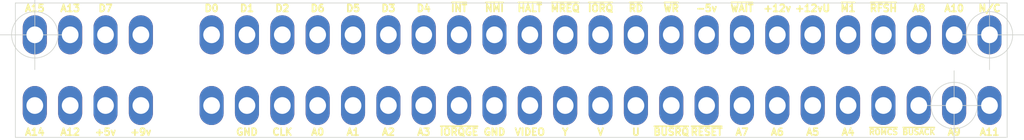
<source format=kicad_pcb>
(kicad_pcb (version 20171130) (host pcbnew "(5.1.9)-1")

  (general
    (thickness 1.6)
    (drawings 7)
    (tracks 0)
    (zones 0)
    (modules 1)
    (nets 53)
  )

  (page A4)
  (layers
    (0 F.Cu signal)
    (31 B.Cu signal)
    (32 B.Adhes user)
    (33 F.Adhes user)
    (34 B.Paste user)
    (35 F.Paste user)
    (36 B.SilkS user)
    (37 F.SilkS user)
    (38 B.Mask user)
    (39 F.Mask user)
    (40 Dwgs.User user)
    (41 Cmts.User user)
    (42 Eco1.User user)
    (43 Eco2.User user)
    (44 Edge.Cuts user)
    (45 Margin user)
    (46 B.CrtYd user)
    (47 F.CrtYd user)
    (48 B.Fab user)
    (49 F.Fab user)
  )

  (setup
    (last_trace_width 0.25)
    (user_trace_width 0.288)
    (user_trace_width 0.388)
    (user_trace_width 0.488)
    (user_trace_width 0.88)
    (user_trace_width 1.488)
    (trace_clearance 0.2)
    (zone_clearance 0.508)
    (zone_45_only no)
    (trace_min 0.2)
    (via_size 0.8)
    (via_drill 0.4)
    (via_min_size 0.4)
    (via_min_drill 0.3)
    (user_via 0.6 0.4)
    (uvia_size 0.3)
    (uvia_drill 0.1)
    (uvias_allowed no)
    (uvia_min_size 0.2)
    (uvia_min_drill 0.1)
    (edge_width 0.05)
    (segment_width 0.2)
    (pcb_text_width 0.3)
    (pcb_text_size 1.5 1.5)
    (mod_edge_width 0.12)
    (mod_text_size 1 1)
    (mod_text_width 0.15)
    (pad_size 1.524 1.524)
    (pad_drill 0.762)
    (pad_to_mask_clearance 0)
    (aux_axis_origin 67.31 148.59)
    (visible_elements 7FFFFFFF)
    (pcbplotparams
      (layerselection 0x010fc_ffffffff)
      (usegerberextensions false)
      (usegerberattributes true)
      (usegerberadvancedattributes true)
      (creategerberjobfile true)
      (excludeedgelayer true)
      (linewidth 0.100000)
      (plotframeref false)
      (viasonmask false)
      (mode 1)
      (useauxorigin false)
      (hpglpennumber 1)
      (hpglpenspeed 20)
      (hpglpendiameter 15.000000)
      (psnegative false)
      (psa4output false)
      (plotreference true)
      (plotvalue true)
      (plotinvisibletext false)
      (padsonsilk false)
      (subtractmaskfromsilk false)
      (outputformat 1)
      (mirror false)
      (drillshape 0)
      (scaleselection 1)
      (outputdirectory "gerbers-riser/"))
  )

  (net 0 "")
  (net 1 GND)
  (net 2 +5V)
  (net 3 +9V)
  (net 4 /A11)
  (net 5 /A9)
  (net 6 /A4)
  (net 7 /A5)
  (net 8 /A6)
  (net 9 /A7)
  (net 10 /A14)
  (net 11 /A12)
  (net 12 /~CLKCPU)
  (net 13 /A0)
  (net 14 /A1)
  (net 15 /A2)
  (net 16 /A3)
  (net 17 /~IORQGE)
  (net 18 /~RST)
  (net 19 /A10)
  (net 20 /A8)
  (net 21 /~WAIT)
  (net 22 /A15)
  (net 23 /A13)
  (net 24 /D7)
  (net 25 /D0)
  (net 26 /D1)
  (net 27 /D2)
  (net 28 /D6)
  (net 29 /D5)
  (net 30 /D3)
  (net 31 /D4)
  (net 32 /~IORQ)
  (net 33 /~RD)
  (net 34 /~WR)
  (net 35 "Net-(J2-PadA26)")
  (net 36 "Net-(J2-PadA25)")
  (net 37 "Net-(J2-PadA15)")
  (net 38 "Net-(J2-PadA16)")
  (net 39 "Net-(J2-PadA17)")
  (net 40 "Net-(J2-PadA18)")
  (net 41 "Net-(J2-PadA19)")
  (net 42 "Net-(J2-PadB28)")
  (net 43 "Net-(J2-PadB25)")
  (net 44 "Net-(J2-PadB24)")
  (net 45 "Net-(J2-PadB23)")
  (net 46 +12V)
  (net 47 "Net-(J2-PadB4)")
  (net 48 "Net-(J2-PadB13)")
  (net 49 "Net-(J2-PadB14)")
  (net 50 "Net-(J2-PadB15)")
  (net 51 "Net-(J2-PadB16)")
  (net 52 "Net-(J2-PadB20)")

  (net_class Default "This is the default net class."
    (clearance 0.2)
    (trace_width 0.25)
    (via_dia 0.8)
    (via_drill 0.4)
    (uvia_dia 0.3)
    (uvia_drill 0.1)
    (add_net +12V)
    (add_net +5V)
    (add_net +9V)
    (add_net /A0)
    (add_net /A1)
    (add_net /A10)
    (add_net /A11)
    (add_net /A12)
    (add_net /A13)
    (add_net /A14)
    (add_net /A15)
    (add_net /A2)
    (add_net /A3)
    (add_net /A4)
    (add_net /A5)
    (add_net /A6)
    (add_net /A7)
    (add_net /A8)
    (add_net /A9)
    (add_net /D0)
    (add_net /D1)
    (add_net /D2)
    (add_net /D3)
    (add_net /D4)
    (add_net /D5)
    (add_net /D6)
    (add_net /D7)
    (add_net /~CLKCPU)
    (add_net /~IORQ)
    (add_net /~IORQGE)
    (add_net /~RD)
    (add_net /~RST)
    (add_net /~WAIT)
    (add_net /~WR)
    (add_net GND)
    (add_net "Net-(J2-PadA15)")
    (add_net "Net-(J2-PadA16)")
    (add_net "Net-(J2-PadA17)")
    (add_net "Net-(J2-PadA18)")
    (add_net "Net-(J2-PadA19)")
    (add_net "Net-(J2-PadA25)")
    (add_net "Net-(J2-PadA26)")
    (add_net "Net-(J2-PadB13)")
    (add_net "Net-(J2-PadB14)")
    (add_net "Net-(J2-PadB15)")
    (add_net "Net-(J2-PadB16)")
    (add_net "Net-(J2-PadB20)")
    (add_net "Net-(J2-PadB23)")
    (add_net "Net-(J2-PadB24)")
    (add_net "Net-(J2-PadB25)")
    (add_net "Net-(J2-PadB28)")
    (add_net "Net-(J2-PadB4)")
  )

  (module CPU2:SPECTRUM_EDGE_CONNECTOR (layer F.Cu) (tedit 5FA8D5AD) (tstamp 607DF436)
    (at 92.71 146.05)
    (descr "40 pins through hole IDC header")
    (tags "IDC header socket VASCH")
    (path /60F177F9)
    (fp_text reference J2 (at -35.56 0 270) (layer F.SilkS) hide
      (effects (font (size 0.8 1) (thickness 0.15)))
    )
    (fp_text value zx_edge-my (at 0 2.1) (layer F.Fab)
      (effects (font (size 1 1) (thickness 0.15)))
    )
    (fp_text user N/C (at 35.56 -4.445) (layer F.SilkS)
      (effects (font (size 0.5 0.5) (thickness 0.125)))
    )
    (fp_text user A10 (at 33.02 -4.445) (layer F.SilkS)
      (effects (font (size 0.5 0.5) (thickness 0.125)))
    )
    (fp_text user A11 (at 35.56 4.445) (layer F.SilkS)
      (effects (font (size 0.5 0.5) (thickness 0.125)))
    )
    (fp_text user A9 (at 33.02 4.445) (layer F.SilkS)
      (effects (font (size 0.5 0.5) (thickness 0.125)))
    )
    (fp_text user A8 (at 30.48 -4.445) (layer F.SilkS)
      (effects (font (size 0.5 0.5) (thickness 0.125)))
    )
    (fp_text user ~RFSH (at 27.94 -4.445) (layer F.SilkS)
      (effects (font (size 0.5 0.5) (thickness 0.125)))
    )
    (fp_text user ~M1 (at 25.4 -4.445) (layer F.SilkS)
      (effects (font (size 0.5 0.5) (thickness 0.125)))
    )
    (fp_text user +12vU (at 22.86 -4.445) (layer F.SilkS)
      (effects (font (size 0.5 0.5) (thickness 0.125)))
    )
    (fp_text user ~BUSACK (at 30.48 4.445) (layer F.SilkS)
      (effects (font (size 0.4 0.4) (thickness 0.1)))
    )
    (fp_text user ~ROMCS (at 27.94 4.445) (layer F.SilkS)
      (effects (font (size 0.4 0.4) (thickness 0.1)))
    )
    (fp_text user A4 (at 25.4 4.445) (layer F.SilkS)
      (effects (font (size 0.5 0.5) (thickness 0.125)))
    )
    (fp_text user A5 (at 22.86 4.445) (layer F.SilkS)
      (effects (font (size 0.5 0.5) (thickness 0.125)))
    )
    (fp_text user +12v (at 20.32 -4.445) (layer F.SilkS)
      (effects (font (size 0.5 0.5) (thickness 0.125)))
    )
    (fp_text user ~WAIT (at 17.78 -4.445) (layer F.SilkS)
      (effects (font (size 0.5 0.5) (thickness 0.125)))
    )
    (fp_text user -5v (at 15.24 -4.445) (layer F.SilkS)
      (effects (font (size 0.5 0.5) (thickness 0.125)))
    )
    (fp_text user ~WR (at 12.7 -4.445) (layer F.SilkS)
      (effects (font (size 0.5 0.5) (thickness 0.125)))
    )
    (fp_text user A6 (at 20.32 4.445) (layer F.SilkS)
      (effects (font (size 0.5 0.5) (thickness 0.125)))
    )
    (fp_text user A7 (at 17.78 4.445) (layer F.SilkS)
      (effects (font (size 0.5 0.5) (thickness 0.125)))
    )
    (fp_text user ~RESET (at 15.24 4.445) (layer F.SilkS)
      (effects (font (size 0.5 0.5) (thickness 0.125)))
    )
    (fp_text user ~BUSRQ (at 12.7 4.445) (layer F.SilkS)
      (effects (font (size 0.5 0.5) (thickness 0.125)))
    )
    (fp_text user ~RD (at 10.16 -4.445) (layer F.SilkS)
      (effects (font (size 0.5 0.5) (thickness 0.125)))
    )
    (fp_text user ~IORQ (at 7.62 -4.445) (layer F.SilkS)
      (effects (font (size 0.5 0.5) (thickness 0.125)))
    )
    (fp_text user ~MREQ (at 5.08 -4.445) (layer F.SilkS)
      (effects (font (size 0.5 0.5) (thickness 0.125)))
    )
    (fp_text user ~HALT (at 2.54 -4.445) (layer F.SilkS)
      (effects (font (size 0.5 0.5) (thickness 0.125)))
    )
    (fp_text user U (at 10.16 4.445) (layer F.SilkS)
      (effects (font (size 0.5 0.5) (thickness 0.125)))
    )
    (fp_text user V (at 7.62 4.445) (layer F.SilkS)
      (effects (font (size 0.5 0.5) (thickness 0.125)))
    )
    (fp_text user Y (at 5.08 4.445) (layer F.SilkS)
      (effects (font (size 0.5 0.5) (thickness 0.125)))
    )
    (fp_text user VIDEO (at 2.54 4.445) (layer F.SilkS)
      (effects (font (size 0.5 0.5) (thickness 0.125)))
    )
    (fp_text user GND (at 0 4.445) (layer F.SilkS)
      (effects (font (size 0.5 0.5) (thickness 0.125)))
    )
    (fp_text user ~IORQGE (at -2.54 4.445) (layer F.SilkS)
      (effects (font (size 0.5 0.5) (thickness 0.125)))
    )
    (fp_text user A3 (at -5.08 4.445) (layer F.SilkS)
      (effects (font (size 0.5 0.5) (thickness 0.125)))
    )
    (fp_text user ~NMI (at 0 -4.445) (layer F.SilkS)
      (effects (font (size 0.5 0.5) (thickness 0.125)))
    )
    (fp_text user ~INT (at -2.54 -4.445) (layer F.SilkS)
      (effects (font (size 0.5 0.5) (thickness 0.125)))
    )
    (fp_text user D4 (at -5.08 -4.445) (layer F.SilkS)
      (effects (font (size 0.5 0.5) (thickness 0.125)))
    )
    (fp_text user D3 (at -7.62 -4.445) (layer F.SilkS)
      (effects (font (size 0.5 0.5) (thickness 0.125)))
    )
    (fp_text user A2 (at -7.62 4.445) (layer F.SilkS)
      (effects (font (size 0.5 0.5) (thickness 0.125)))
    )
    (fp_text user D5 (at -10.16 -4.445) (layer F.SilkS)
      (effects (font (size 0.5 0.5) (thickness 0.125)))
    )
    (fp_text user D6 (at -12.7 -4.445) (layer F.SilkS)
      (effects (font (size 0.5 0.5) (thickness 0.125)))
    )
    (fp_text user D2 (at -15.24 -4.445) (layer F.SilkS)
      (effects (font (size 0.5 0.5) (thickness 0.125)))
    )
    (fp_text user A1 (at -10.16 4.445) (layer F.SilkS)
      (effects (font (size 0.5 0.5) (thickness 0.125)))
    )
    (fp_text user A0 (at -12.7 4.445) (layer F.SilkS)
      (effects (font (size 0.5 0.5) (thickness 0.125)))
    )
    (fp_text user CLK (at -15.24 4.445) (layer F.SilkS)
      (effects (font (size 0.5 0.5) (thickness 0.125)))
    )
    (fp_text user GND (at -17.78 4.445) (layer F.SilkS)
      (effects (font (size 0.5 0.5) (thickness 0.125)))
    )
    (fp_text user GND (at 0 4.445) (layer F.SilkS)
      (effects (font (size 0.5 0.5) (thickness 0.125)))
    )
    (fp_text user +9v (at -25.4 4.445) (layer F.SilkS)
      (effects (font (size 0.5 0.5) (thickness 0.125)))
    )
    (fp_text user +5v (at -27.94 4.445) (layer F.SilkS)
      (effects (font (size 0.5 0.5) (thickness 0.125)))
    )
    (fp_text user A12 (at -30.48 4.445) (layer F.SilkS)
      (effects (font (size 0.5 0.5) (thickness 0.125)))
    )
    (fp_text user A14 (at -33.02 4.445) (layer F.SilkS)
      (effects (font (size 0.5 0.5) (thickness 0.125)))
    )
    (fp_text user D1 (at -17.78 -4.445) (layer F.SilkS)
      (effects (font (size 0.5 0.5) (thickness 0.125)))
    )
    (fp_text user D0 (at -20.32 -4.445) (layer F.SilkS)
      (effects (font (size 0.5 0.5) (thickness 0.125)))
    )
    (fp_text user N/C (at 35.56 -4.445) (layer F.SilkS)
      (effects (font (size 0.5 0.5) (thickness 0.125)))
    )
    (fp_text user D7 (at -27.94 -4.445) (layer F.SilkS)
      (effects (font (size 0.5 0.5) (thickness 0.125)))
    )
    (fp_text user A13 (at -30.48 -4.445) (layer F.SilkS)
      (effects (font (size 0.5 0.5) (thickness 0.125)))
    )
    (fp_text user A15 (at -33.02 -4.445) (layer F.SilkS)
      (effects (font (size 0.5 0.5) (thickness 0.125)))
    )
    (pad A28 thru_hole oval (at 35.56 2.54) (size 1.7272 2.8) (drill 1.2) (layers *.Cu *.Mask)
      (net 4 /A11))
    (pad A27 thru_hole oval (at 33.02 2.54) (size 1.7272 2.8) (drill 1.2) (layers *.Cu *.Mask)
      (net 5 /A9))
    (pad A26 thru_hole oval (at 30.48 2.54) (size 1.7272 2.8) (drill 1.2) (layers *.Cu *.Mask)
      (net 35 "Net-(J2-PadA26)"))
    (pad A25 thru_hole oval (at 27.94 2.54) (size 1.7272 2.8) (drill 1.2) (layers *.Cu *.Mask)
      (net 36 "Net-(J2-PadA25)"))
    (pad A24 thru_hole oval (at 25.4 2.54) (size 1.7272 2.8) (drill 1.2) (layers *.Cu *.Mask)
      (net 6 /A4))
    (pad A23 thru_hole oval (at 22.86 2.54) (size 1.7272 2.8) (drill 1.2) (layers *.Cu *.Mask)
      (net 7 /A5))
    (pad A22 thru_hole oval (at 20.32 2.54) (size 1.7272 2.8) (drill 1.2) (layers *.Cu *.Mask)
      (net 8 /A6))
    (pad A21 thru_hole oval (at 17.78 2.54) (size 1.7272 2.8) (drill 1.2) (layers *.Cu *.Mask)
      (net 9 /A7))
    (pad A1 thru_hole oval (at -33.02 2.54) (size 1.7272 2.8) (drill 1.2) (layers *.Cu *.Mask)
      (net 10 /A14))
    (pad A2 thru_hole oval (at -30.48 2.54) (size 1.7272 2.8) (drill 1.2) (layers *.Cu *.Mask)
      (net 11 /A12))
    (pad A3 thru_hole oval (at -27.94 2.54) (size 1.7272 2.8) (drill 1.2) (layers *.Cu *.Mask)
      (net 2 +5V))
    (pad A4 thru_hole oval (at -25.4 2.54) (size 1.7272 2.8) (drill 1.2) (layers *.Cu *.Mask)
      (net 3 +9V))
    (pad A6 thru_hole oval (at -20.32 2.54) (size 1.7272 2.8) (drill 1.2) (layers *.Cu *.Mask)
      (net 1 GND))
    (pad A7 thru_hole oval (at -17.78 2.54) (size 1.7272 2.8) (drill 1.2) (layers *.Cu *.Mask)
      (net 1 GND))
    (pad A8 thru_hole oval (at -15.24 2.54) (size 1.7272 2.8) (drill 1.2) (layers *.Cu *.Mask)
      (net 12 /~CLKCPU))
    (pad A9 thru_hole oval (at -12.7 2.54) (size 1.7272 2.8) (drill 1.2) (layers *.Cu *.Mask)
      (net 13 /A0))
    (pad A10 thru_hole oval (at -10.16 2.54) (size 1.7272 2.8) (drill 1.2) (layers *.Cu *.Mask)
      (net 14 /A1))
    (pad A11 thru_hole oval (at -7.62 2.54) (size 1.7272 2.8) (drill 1.2) (layers *.Cu *.Mask)
      (net 15 /A2))
    (pad A12 thru_hole oval (at -5.08 2.54) (size 1.7272 2.8) (drill 1.2) (layers *.Cu *.Mask)
      (net 16 /A3))
    (pad A13 thru_hole oval (at -2.54 2.54) (size 1.7272 2.8) (drill 1.2) (layers *.Cu *.Mask)
      (net 17 /~IORQGE))
    (pad A14 thru_hole oval (at 0 2.54) (size 1.7272 2.8) (drill 1.2) (layers *.Cu *.Mask)
      (net 1 GND))
    (pad A15 thru_hole oval (at 2.54 2.54) (size 1.7272 2.8) (drill 1.2) (layers *.Cu *.Mask)
      (net 37 "Net-(J2-PadA15)"))
    (pad A16 thru_hole oval (at 5.08 2.54) (size 1.7272 2.8) (drill 1.2) (layers *.Cu *.Mask)
      (net 38 "Net-(J2-PadA16)"))
    (pad A17 thru_hole oval (at 7.62 2.54) (size 1.7272 2.8) (drill 1.2) (layers *.Cu *.Mask)
      (net 39 "Net-(J2-PadA17)"))
    (pad A18 thru_hole oval (at 10.16 2.54) (size 1.7272 2.8) (drill 1.2) (layers *.Cu *.Mask)
      (net 40 "Net-(J2-PadA18)"))
    (pad A19 thru_hole oval (at 12.7 2.54) (size 1.7272 2.8) (drill 1.2) (layers *.Cu *.Mask)
      (net 41 "Net-(J2-PadA19)"))
    (pad A20 thru_hole oval (at 15.24 2.54) (size 1.7272 2.8) (drill 1.2) (layers *.Cu *.Mask)
      (net 18 /~RST))
    (pad B28 thru_hole oval (at 35.56 -2.54) (size 1.7272 2.8) (drill 1.2) (layers *.Cu *.Mask)
      (net 42 "Net-(J2-PadB28)"))
    (pad B27 thru_hole oval (at 33.02 -2.54) (size 1.7272 2.8) (drill 1.2) (layers *.Cu *.Mask)
      (net 19 /A10))
    (pad B26 thru_hole oval (at 30.48 -2.54) (size 1.7272 2.8) (drill 1.2) (layers *.Cu *.Mask)
      (net 20 /A8))
    (pad B25 thru_hole oval (at 27.94 -2.54) (size 1.7272 2.8) (drill 1.2) (layers *.Cu *.Mask)
      (net 43 "Net-(J2-PadB25)"))
    (pad B24 thru_hole oval (at 25.4 -2.54) (size 1.7272 2.8) (drill 1.2) (layers *.Cu *.Mask)
      (net 44 "Net-(J2-PadB24)"))
    (pad B23 thru_hole oval (at 22.86 -2.54) (size 1.7272 2.8) (drill 1.2) (layers *.Cu *.Mask)
      (net 45 "Net-(J2-PadB23)"))
    (pad B22 thru_hole oval (at 20.32 -2.54) (size 1.7272 2.8) (drill 1.2) (layers *.Cu *.Mask)
      (net 46 +12V))
    (pad B21 thru_hole oval (at 17.78 -2.54) (size 1.7272 2.8) (drill 1.2) (layers *.Cu *.Mask)
      (net 21 /~WAIT))
    (pad B1 thru_hole oval (at -33.02 -2.54) (size 1.7272 2.8) (drill 1.2) (layers *.Cu *.Mask)
      (net 22 /A15))
    (pad B2 thru_hole oval (at -30.48 -2.54) (size 1.7272 2.8) (drill 1.2) (layers *.Cu *.Mask)
      (net 23 /A13))
    (pad B3 thru_hole oval (at -27.94 -2.54) (size 1.7272 2.8) (drill 1.2) (layers *.Cu *.Mask)
      (net 24 /D7))
    (pad B4 thru_hole oval (at -25.4 -2.54) (size 1.7272 2.8) (drill 1.2) (layers *.Cu *.Mask)
      (net 47 "Net-(J2-PadB4)"))
    (pad B6 thru_hole oval (at -20.32 -2.54) (size 1.7272 2.8) (drill 1.2) (layers *.Cu *.Mask)
      (net 25 /D0))
    (pad B7 thru_hole oval (at -17.78 -2.54) (size 1.7272 2.8) (drill 1.2) (layers *.Cu *.Mask)
      (net 26 /D1))
    (pad B8 thru_hole oval (at -15.24 -2.54) (size 1.7272 2.8) (drill 1.2) (layers *.Cu *.Mask)
      (net 27 /D2))
    (pad B9 thru_hole oval (at -12.7 -2.54) (size 1.7272 2.8) (drill 1.2) (layers *.Cu *.Mask)
      (net 28 /D6))
    (pad B10 thru_hole oval (at -10.16 -2.54) (size 1.7272 2.8) (drill 1.2) (layers *.Cu *.Mask)
      (net 29 /D5))
    (pad B11 thru_hole oval (at -7.62 -2.54) (size 1.7272 2.8) (drill 1.2) (layers *.Cu *.Mask)
      (net 30 /D3))
    (pad B12 thru_hole oval (at -5.08 -2.54) (size 1.7272 2.8) (drill 1.2) (layers *.Cu *.Mask)
      (net 31 /D4))
    (pad B13 thru_hole oval (at -2.54 -2.54) (size 1.7272 2.8) (drill 1.2) (layers *.Cu *.Mask)
      (net 48 "Net-(J2-PadB13)"))
    (pad B14 thru_hole oval (at 0 -2.54) (size 1.7272 2.8) (drill 1.2) (layers *.Cu *.Mask)
      (net 49 "Net-(J2-PadB14)"))
    (pad B15 thru_hole oval (at 2.54 -2.54) (size 1.7272 2.8) (drill 1.2) (layers *.Cu *.Mask)
      (net 50 "Net-(J2-PadB15)"))
    (pad B16 thru_hole oval (at 5.08 -2.54) (size 1.7272 2.8) (drill 1.2) (layers *.Cu *.Mask)
      (net 51 "Net-(J2-PadB16)"))
    (pad B17 thru_hole oval (at 7.62 -2.54) (size 1.7272 2.8) (drill 1.2) (layers *.Cu *.Mask)
      (net 32 /~IORQ))
    (pad B18 thru_hole oval (at 10.16 -2.54) (size 1.7272 2.8) (drill 1.2) (layers *.Cu *.Mask)
      (net 33 /~RD))
    (pad B19 thru_hole oval (at 12.7 -2.54) (size 1.7272 2.8) (drill 1.2) (layers *.Cu *.Mask)
      (net 34 /~WR))
    (pad B20 thru_hole oval (at 15.24 -2.54) (size 1.7272 2.8) (drill 1.2) (layers *.Cu *.Mask)
      (net 52 "Net-(J2-PadB20)"))
  )

  (target plus (at 125.73 148.59) (size 5) (width 0.05) (layer Edge.Cuts) (tstamp 607F920C))
  (target plus (at 128.27 143.51) (size 5) (width 0.05) (layer Edge.Cuts) (tstamp 607F920B))
  (target plus (at 59.69 143.51) (size 5) (width 0.05) (layer Edge.Cuts))
  (gr_line (start 58.293 150.876) (end 58.293 141.224) (layer Edge.Cuts) (width 0.05) (tstamp 607F920A))
  (gr_line (start 129.54 150.876) (end 58.293 150.876) (layer Edge.Cuts) (width 0.05))
  (gr_line (start 129.54 141.224) (end 129.54 150.876) (layer Edge.Cuts) (width 0.05))
  (gr_line (start 58.293 141.224) (end 129.54 141.224) (layer Edge.Cuts) (width 0.05))

)

</source>
